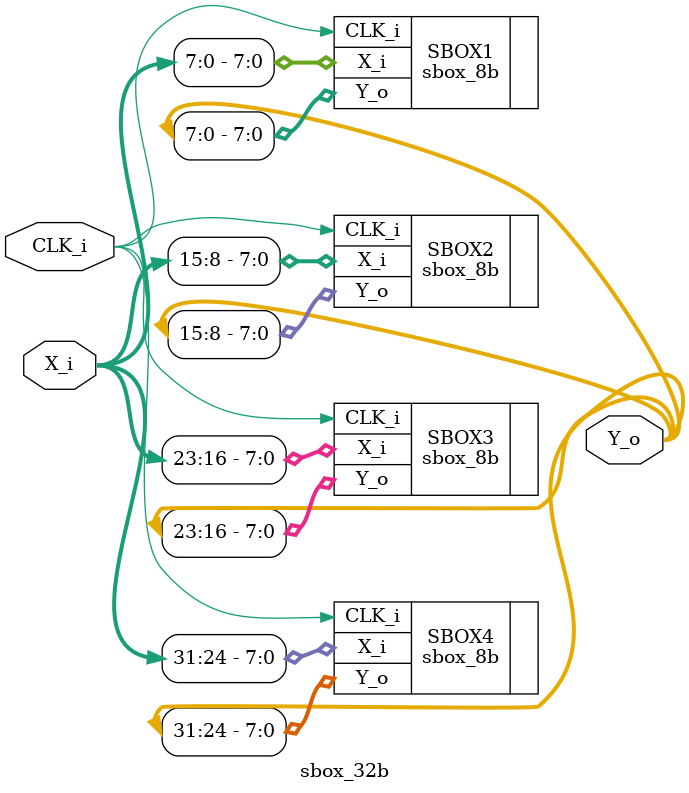
<source format=v>

module sbox_32b(
   input CLK_i,
   input [31:0] X_i,
   output [31:0] Y_o
);

   sbox_8b SBOX1(
      .CLK_i   (CLK_i),
      .X_i     (X_i[7:0]),
      .Y_o     (Y_o[7:0])
   );
   sbox_8b SBOX2(
      .CLK_i   (CLK_i),
      .X_i     (X_i[15:8]),
      .Y_o     (Y_o[15:8])
   );
   sbox_8b SBOX3(
      .CLK_i   (CLK_i),
      .X_i     (X_i[23:16]),
      .Y_o     (Y_o[23:16])
   );
   sbox_8b SBOX4(
      .CLK_i   (CLK_i),
      .X_i     (X_i[31:24]),
      .Y_o     (Y_o[31:24])
   );

endmodule

</source>
